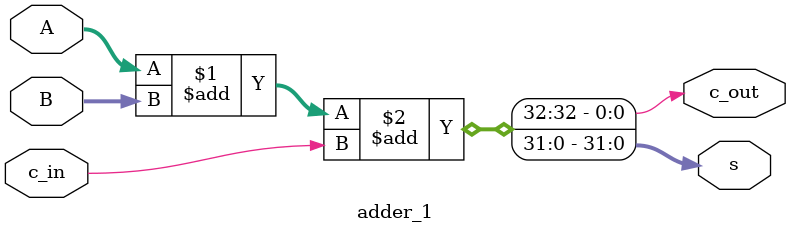
<source format=v>

module adder_1(
input  signed[31:0]A,B,
input c_in,
output signed [31:0]s,
output c_out    );
assign {c_out,s}=A+B+c_in;
endmodule
</source>
